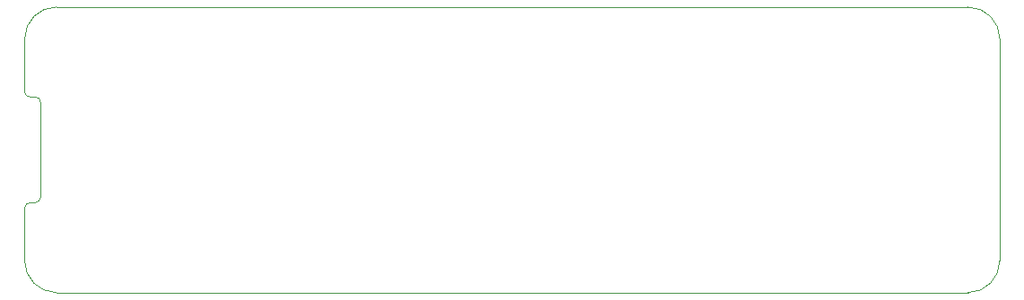
<source format=gbr>
%TF.GenerationSoftware,KiCad,Pcbnew,(5.1.10)-1*%
%TF.CreationDate,2021-07-05T11:04:19+02:00*%
%TF.ProjectId,LoRaProMini,4c6f5261-5072-46f4-9d69-6e692e6b6963,2.1*%
%TF.SameCoordinates,Original*%
%TF.FileFunction,Profile,NP*%
%FSLAX46Y46*%
G04 Gerber Fmt 4.6, Leading zero omitted, Abs format (unit mm)*
G04 Created by KiCad (PCBNEW (5.1.10)-1) date 2021-07-05 11:04:19*
%MOMM*%
%LPD*%
G01*
G04 APERTURE LIST*
%TA.AperFunction,Profile*%
%ADD10C,0.050000*%
%TD*%
G04 APERTURE END LIST*
D10*
X98940000Y-80190000D02*
G75*
G02*
X101940000Y-77190000I3000000J0D01*
G01*
X101940000Y-104188000D02*
G75*
G02*
X98940000Y-101188000I0J3000000D01*
G01*
X190930000Y-101190000D02*
G75*
G02*
X187930000Y-104190000I-3000000J0D01*
G01*
X187930000Y-77190000D02*
G75*
G02*
X190930000Y-80190000I0J-3000000D01*
G01*
X99440000Y-95690000D02*
X99940000Y-95690000D01*
X100440000Y-95190000D02*
G75*
G02*
X99940000Y-95690000I-500000J0D01*
G01*
X98940000Y-96190000D02*
G75*
G02*
X99440000Y-95690000I500000J0D01*
G01*
X190930000Y-80190000D02*
X190930000Y-101190000D01*
X99440000Y-85690000D02*
X99940000Y-85690000D01*
X99440000Y-85690000D02*
G75*
G02*
X98940000Y-85190000I0J500000D01*
G01*
X99940000Y-85690000D02*
G75*
G02*
X100440000Y-86190000I0J-500000D01*
G01*
X101940000Y-104188000D02*
X187930000Y-104190000D01*
X101940000Y-77190000D02*
X187930000Y-77190000D01*
X98940000Y-85190000D02*
X98940000Y-80190000D01*
X100440000Y-95190000D02*
X100440000Y-86190000D01*
X98940000Y-101188000D02*
X98940000Y-96190000D01*
M02*

</source>
